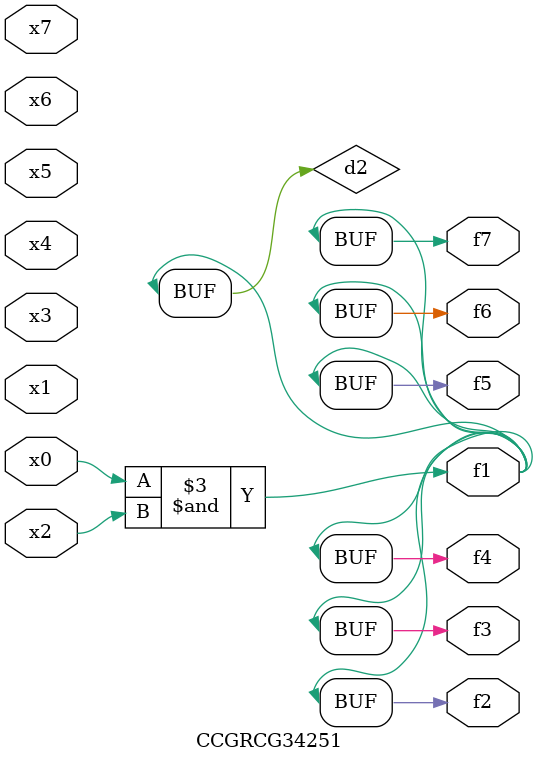
<source format=v>
module CCGRCG34251(
	input x0, x1, x2, x3, x4, x5, x6, x7,
	output f1, f2, f3, f4, f5, f6, f7
);

	wire d1, d2;

	nor (d1, x3, x6);
	and (d2, x0, x2);
	assign f1 = d2;
	assign f2 = d2;
	assign f3 = d2;
	assign f4 = d2;
	assign f5 = d2;
	assign f6 = d2;
	assign f7 = d2;
endmodule

</source>
